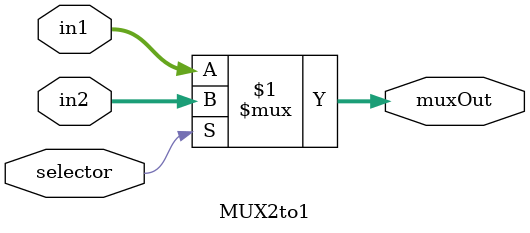
<source format=v>
module MUX2to1
  #( 
  parameter n = 64
  )
  
  (
  input [n-1 : 0] in1,
  input [n-1 : 0] in2,
  input selector,
  output [n-1 : 0] muxOut
  );
  
  assign muxOut = selector ? in2 : in1; 
  
endmodule
</source>
